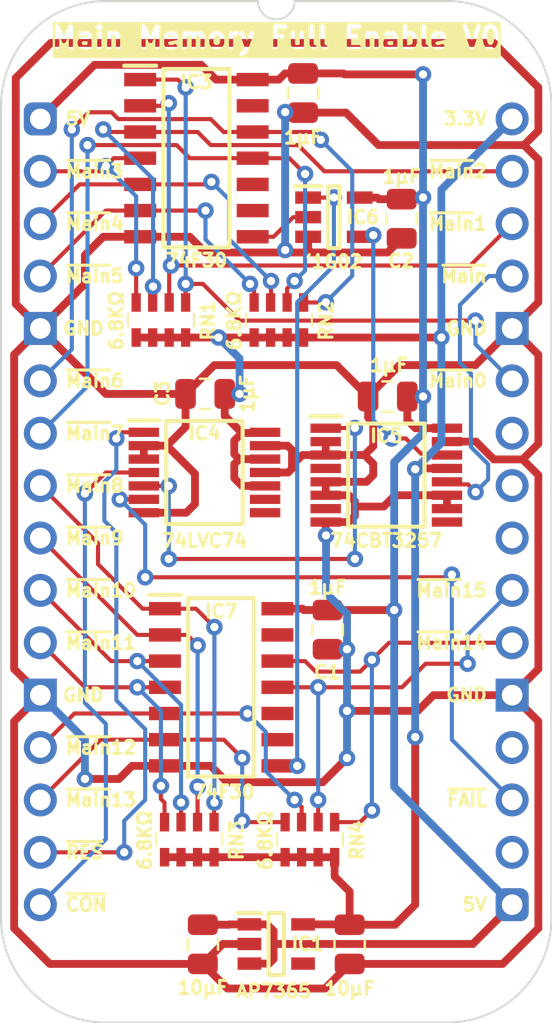
<source format=kicad_pcb>
(kicad_pcb (version 20241229) (generator "pcbnew") (generator_version "9.0")
  (title_block (title "Main Memory Enable") (date "2024-02-16") (rev "V0"))
  (layers (0 "F.Cu" signal) (2 "B.Cu" signal) (13 "F.Paste" user) (15 "B.Paste" user) (5 "F.SilkS" user "F.Silkscreen") (7 "B.SilkS" user "B.Silkscreen") (1 "F.Mask" user) (3 "B.Mask" user) (25 "Edge.Cuts" user))
  (net 0 "")
  (net 2 "/~{Pre-Main Memory}")
  (net 7 "/Pre-Main Memory A")
  (net 9 "/Pre-Main Memory B")
  (net 10 "~{Main}2")
  (net 11 "~{Main}1")
  (net 12 "~{Main}7")
  (net 13 "~{Main}0")
  (net 20 "~{Main}4")
  (net 21 "3.3V")
  (net 22 "GND")
  (net 23 "5V")
  (net 24 "~{Reset}")
  (net 25 "~{Contention}")
  (net 26 "~{Main}3")
  (net 27 "~{Main}6")
  (net 29 "~{Main}5")
  (net 30 "~{Set Contention}")
  (net 31 "/Contention")
  (net 32 "~{Main Memory}")
  (net 37 "~{Main}12")
  (net 38 "~{Main}10")
  (net 39 "~{Main}11")
  (net 40 "~{Main}8")
  (net 41 "~{Main}14")
  (net 42 "~{Main}9")
  (net 43 "~{Main}13")
  (net 44 "~{Main}15")
  (footprint "SamacSys_Parts:C_0805" (layer "F.Cu") (at 13.922 24.748 180)
    (property "Reference" "C1")
    (property "Value" "1μF")
  )
  (footprint "SamacSys_Parts:C_0805" (layer "F.Cu") (at 16.846 13.462 90)
    (property "Reference" "C4" (hide yes))
    (property "Value" "1μF")
  )
  (footprint "SamacSys_Parts:CAY16-J4" (layer "F.Cu") (at 5.842 9.779 90)
    (property "Reference" "RN1")
    (property "Value" "CAY16-682J4LF" (hide yes))
  )
  (footprint "SamacSys_Parts:CAY16-J4" (layer "F.Cu") (at 11.557 9.779 90)
    (property "Reference" "RN2")
    (property "Value" "CAY16-682J4LF" (hide yes))
  )
  (footprint "SamacSys_Parts:SOT95P285X130-5N" (layer "F.Cu") (at 11.43 40.005)
    (property "Reference" "IC1")
    (property "Value" "AP7365-33WG-7" (hide yes))
  )
  (footprint "SamacSys_Parts:C_0805" (layer "F.Cu") (at 7.874 40.005 180)
    (property "Reference" "C10" (hide yes))
    (property "Value" "10µF")
  )
  (footprint "SamacSys_Parts:SOIC127P600X175-14N" (layer "F.Cu") (at 7.562 1.905)
    (property "Reference" "IC3")
    (property "Value" "SN74F30DR" (hide yes))
  )
  (footprint "SamacSys_Parts:CAY16-J4" (layer "F.Cu") (at 7.217 34.976 90)
    (property "Reference" "RN3")
    (property "Value" "CAY16-682J4LF" (hide yes))
  )
  (footprint "SamacSys_Parts:SOP65P640X110-14N" (layer "F.Cu") (at 7.951 17.145)
    (property "Reference" "IC4")
    (property "Value" "74LVC74APW,118" (hide yes))
  )
  (footprint "SamacSys_Parts:C_0805" (layer "F.Cu") (at 17.506 4.826 180)
    (property "Reference" "C2")
    (property "Value" "1μF")
  )
  (footprint "SamacSys_Parts:SOP65P640X120-16N" (layer "F.Cu") (at 16.764 17.272)
    (property "Reference" "IC5")
    (property "Value" "SN74CBT3257CPWR" (hide yes))
  )
  (footprint "SamacSys_Parts:C_0805" (layer "F.Cu") (at 8.001 13.335 90)
    (property "Reference" "C3")
    (property "Value" "1μF")
  )
  (footprint "SamacSys_Parts:C_0805" (layer "F.Cu") (at 12.724 -1.27 180)
    (property "Reference" "C6" (hide yes))
    (property "Value" "1μF")
  )
  (footprint "SamacSys_Parts:DIP-32_Board_W22.86mm" (layer "F.Cu") (at 0 0)
    (property "Reference" "J2" (hide yes))
    (property "Value" "Conn_02x16_Counter_Clockwise" (hide yes))
    (fp_line (start -1.905 -0.635) (end -1.905 38.735) (stroke (width 0.1)) (layer "Edge.Cuts"))
    (fp_line (start 10.541 -5.715) (end 3.175 -5.715) (stroke (width 0.1)) (layer "Edge.Cuts"))
    (fp_line (start 19.685 -5.715) (end 12.319 -5.715) (stroke (width 0.1)) (layer "Edge.Cuts"))
    (fp_line (start 19.685 43.815) (end 3.175 43.815) (stroke (width 0.1)) (layer "Edge.Cuts"))
    (fp_line (start 24.765 38.735) (end 24.765 -0.635) (stroke (width 0.1)) (layer "Edge.Cuts"))
    (fp_arc (start -1.905 -0.635) (mid -0.417102 -4.227102) (end 3.175 -5.715) (stroke (width 0.1)) (layer "Edge.Cuts"))
    (fp_arc (start 3.175 43.815) (mid -0.417102 42.327102) (end -1.905 38.735) (stroke (width 0.1)) (layer "Edge.Cuts"))
    (fp_arc (start 12.319 -5.715) (mid 11.43 -4.826) (end 10.541 -5.715) (stroke (width 0.1)) (layer "Edge.Cuts"))
    (fp_arc (start 19.685 -5.715) (mid 23.277102 -4.227102) (end 24.765 -0.635) (stroke (width 0.1)) (layer "Edge.Cuts"))
    (fp_arc (start 24.765 38.735) (mid 23.277103 42.327103) (end 19.685 43.815) (stroke (width 0.1)) (layer "Edge.Cuts"))
  )
  (footprint "SamacSys_Parts:SOT95P275X110-5N" (layer "F.Cu") (at 14.224 4.765)
    (property "Reference" "IC6")
    (property "Value" "74LVC1G02GV,125" (hide yes))
  )
  (footprint "SamacSys_Parts:CAY16-J4" (layer "F.Cu") (at 13.059 34.976 90)
    (property "Reference" "RN4")
    (property "Value" "CAY16-682J4LF" (hide yes))
  )
  (footprint "SamacSys_Parts:SOIC127P600X175-14N" (layer "F.Cu") (at 8.763 27.559)
    (property "Reference" "IC7")
    (property "Value" "SN74F30DR" (hide yes))
  )
  (footprint "SamacSys_Parts:C_0805" (layer "F.Cu") (at 14.986 40.005 180)
    (property "Reference" "C11" (hide yes))
    (property "Value" "10µF")
  )
  (footprint "SamacSys_Parts:PinHeader_1x16_P2.54mm_Vertical" (layer "B.Cu") (at 0 0 180)
    (property "Reference" "J3" (hide yes))
    (property "Value" "Pin_Header_01x16")
  )
  (footprint "SamacSys_Parts:PinHeader_1x16_P2.54mm_Vertical" (layer "B.Cu") (at 22.86 0 180)
    (property "Reference" "J1" (hide yes))
    (property "Value" "Pin_Header_01x16")
  )
  (gr_text "~{Main}3" (at 1.143 2.54 0) (layer "F.SilkS") (effects (font (size 0.635 0.635) (thickness 0.15) (bold yes)) (justify left)))
  (gr_text "~{Main}6" (at 1.143 12.7 0) (layer "F.SilkS") (effects (font (size 0.635 0.635) (thickness 0.15) (bold yes)) (justify left)))
  (gr_text "~{Main}4" (at 1.143 5.08 0) (layer "F.SilkS") (effects (font (size 0.635 0.635) (thickness 0.15) (bold yes)) (justify left)))
  (gr_text "~{Main}12" (at 1.143 30.48 0) (layer "F.SilkS") (effects (font (size 0.635 0.635) (thickness 0.15) (bold yes)) (justify left)))
  (gr_text "~{Main}" (at 21.717 7.62 0) (layer "F.SilkS") (effects (font (size 0.635 0.635) (thickness 0.15) (bold yes)) (justify right)))
  (gr_text "~{RES}" (at 1.143 35.56 0) (layer "F.SilkS") (effects (font (size 0.635 0.635) (thickness 0.15) (bold yes)) (justify left)))
  (gr_text "~{Main}7" (at 1.143 15.24 0) (layer "F.SilkS") (effects (font (size 0.635 0.635) (thickness 0.15) (bold yes)) (justify left)))
  (gr_text "5V" (at 1.143 0 0) (layer "F.SilkS") (effects (font (size 0.635 0.635) (thickness 0.15) (bold yes)) (justify left)))
  (gr_text "~{Main}1" (at 21.717 5.08 0) (layer "F.SilkS") (effects (font (size 0.635 0.635) (thickness 0.15) (bold yes)) (justify right)))
  (gr_text "~{CON}" (at 1.143 38.1 0) (layer "F.SilkS") (effects (font (size 0.635 0.635) (thickness 0.15) (bold yes)) (justify left)))
  (gr_text "GND" (at 1.016 27.94 0) (layer "F.SilkS") (effects (font (size 0.635 0.635) (thickness 0.15) (bold yes)) (justify left)))
  (gr_text "GND" (at 21.717 27.94 0) (layer "F.SilkS") (effects (font (size 0.635 0.635) (thickness 0.15) (bold yes)) (justify right)))
  (gr_text "~{Main}0" (at 21.717 12.7 0) (layer "F.SilkS") (effects (font (size 0.635 0.635) (thickness 0.15) (bold yes)) (justify right)))
  (gr_text "Main Memory Full Enable V0" (at 11.43 -3.937 0) (layer "F.SilkS" knockout) (effects (font (size 1 1) (thickness 0.2) (bold yes))))
  (gr_text "~{Main}15" (at 21.717 22.86 0) (layer "F.SilkS") (effects (font (size 0.635 0.635) (thickness 0.15) (bold yes)) (justify right)))
  (gr_text "GND" (at 21.717 10.16 0) (layer "F.SilkS") (effects (font (size 0.635 0.635) (thickness 0.15) (bold yes)) (justify right)))
  (gr_text "~{Main}14" (at 21.717 25.4 0) (layer "F.SilkS") (effects (font (size 0.635 0.635) (thickness 0.15) (bold yes)) (justify right)))
  (gr_text "~{Main}11" (at 1.143 25.4 0) (layer "F.SilkS") (effects (font (size 0.635 0.635) (thickness 0.15) (bold yes)) (justify left)))
  (gr_text "~{Main}8" (at 1.143 17.78 0) (layer "F.SilkS") (effects (font (size 0.635 0.635) (thickness 0.15) (bold yes)) (justify left)))
  (gr_text "~{Main}5" (at 1.143 7.62 0) (layer "F.SilkS") (effects (font (size 0.635 0.635) (thickness 0.15) (bold yes)) (justify left)))
  (gr_text "~{Main}10" (at 1.143 22.86 0) (layer "F.SilkS") (effects (font (size 0.635 0.635) (thickness 0.15) (bold yes)) (justify left)))
  (gr_text "~{Main}13" (at 1.143 33.02 0) (layer "F.SilkS") (effects (font (size 0.635 0.635) (thickness 0.15) (bold yes)) (justify left)))
  (gr_text "~{Main}2" (at 21.717 2.54 0) (layer "F.SilkS") (effects (font (size 0.635 0.635) (thickness 0.15) (bold yes)) (justify right)))
  (gr_text "~{Main}9" (at 1.143 20.32 0) (layer "F.SilkS") (effects (font (size 0.635 0.635) (thickness 0.15) (bold yes)) (justify left)))
  (gr_text "GND" (at 1.016 10.16 0) (layer "F.SilkS") (effects (font (size 0.635 0.635) (thickness 0.15) (bold yes)) (justify left)))
  (gr_text "~{FAIL}" (at 21.717 33.02 0) (layer "F.SilkS") (effects (font (size 0.635 0.635) (thickness 0.15) (bold yes)) (justify right)))
  (gr_text "5V" (at 21.717 38.1 0) (layer "F.SilkS") (effects (font (size 0.635 0.635) (thickness 0.15) (bold yes)) (justify right)))
  (gr_text "3.3V" (at 21.717 0 0) (layer "F.SilkS") (effects (font (size 0.635 0.635) (thickness 0.15) (bold yes)) (justify right)))
  (segment (start 16.116538 5.715) (end 16.131 5.700538) (width 0.2) (layer "F.Cu") (net 2))
  (segment (start 15.474 5.715) (end 16.116538 5.715) (width 0.2) (layer "F.Cu") (net 2))
  (segment (start 18.7645 16.297) (end 18.700474 16.232974) (width 0.2) (layer "F.Cu") (net 2))
  (segment (start 17.710316 15.494) (end 17.018 15.494) (width 0.2) (layer "F.Cu") (net 2))
  (segment (start 18.44929 16.232974) (end 17.710316 15.494) (width 0.2) (layer "F.Cu") (net 2))
  (segment (start 18.700474 16.232974) (end 18.44929 16.232974) (width 0.2) (layer "F.Cu") (net 2))
  (segment (start 19.702 16.297) (end 18.7645 16.297) (width 0.2) (layer "F.Cu") (net 2))
  (segment (start 16.131 5.700538) (end 16.131 5.637) (width 0.2) (layer "F.Cu") (net 2))
  (via (at 16.131 5.637) (size 0.8) (drill 0.4) (layers "F.Cu" "B.Cu") (net 2))
  (via (at 17.018 15.494) (size 0.8) (drill 0.4) (layers "F.Cu" "B.Cu") (net 2))
  (segment (start 17.018 15.494) (end 16.131 14.607) (width 0.2) (layer "B.Cu") (net 2))
  (segment (start 16.131 14.607) (end 16.131 5.637) (width 0.2) (layer "B.Cu") (net 2))
  (segment (start 10.287 5.715) (end 11.303 5.715) (width 0.2) (layer "F.Cu") (net 7))
  (segment (start 11.303 5.715) (end 12.253 4.765) (width 0.2) (layer "F.Cu") (net 7))
  (segment (start 12.253 4.765) (end 12.974 4.765) (width 0.2) (layer "F.Cu") (net 7))
  (segment (start 12.974 3.815) (end 14.219 3.815) (width 0.2) (layer "F.Cu") (net 9))
  (segment (start 14.219 3.815) (end 14.224 3.81) (width 0.2) (layer "F.Cu") (net 9))
  (segment (start 12.446 31.369) (end 11.488 31.369) (width 0.2) (layer "F.Cu") (net 9))
  (via (at 14.224 3.81) (size 0.8) (drill 0.4) (layers "F.Cu" "B.Cu") (net 9))
  (via (at 12.446 31.369) (size 0.8) (drill 0.4) (layers "F.Cu" "B.Cu") (net 9))
  (segment (start 12.446 8.89) (end 12.446 31.369) (width 0.2) (layer "B.Cu") (net 9))
  (segment (start 14.224 3.81) (end 14.224 7.112) (width 0.2) (layer "B.Cu") (net 9))
  (segment (start 14.224 7.112) (end 12.446 8.89) (width 0.2) (layer "B.Cu") (net 9))
  (segment (start 3.171669 0.635) (end 3.048 0.511331) (width 0.2) (layer "F.Cu") (net 10))
  (segment (start 13.760661 2.54) (end 22.86 2.54) (width 0.2) (layer "F.Cu") (net 10))
  (segment (start 12.490661 1.27) (end 13.760661 2.54) (width 0.2) (layer "F.Cu") (net 10))
  (segment (start 5.461 8.881) (end 5.461 8.128) (width 0.2) (layer "F.Cu") (net 10))
  (segment (start 4.837 0.635) (end 7.62 0.635) (width 0.2) (layer "F.Cu") (net 10))
  (segment (start 4.837 0.635) (end 3.171669 0.635) (width 0.2) (layer "F.Cu") (net 10))
  (segment (start 7.62 0.635) (end 8.255 1.27) (width 0.2) (layer "F.Cu") (net 10))
  (segment (start 8.255 1.27) (end 12.490661 1.27) (width 0.2) (layer "F.Cu") (net 10))
  (via (at 3.048 0.511331) (size 0.8) (drill 0.4) (layers "F.Cu" "B.Cu") (net 10))
  (via (at 5.461 8.128) (size 0.8) (drill 0.4) (layers "F.Cu" "B.Cu") (net 10))
  (segment (start 5.461 2.924331) (end 3.048 0.511331) (width 0.2) (layer "B.Cu") (net 10))
  (segment (start 5.461 8.128) (end 5.461 2.924331) (width 0.2) (layer "B.Cu") (net 10))
  (segment (start 20.830642 7.109358) (end 22.86 5.08) (width 0.2) (layer "F.Cu") (net 11))
  (segment (start 6.096 -0.635) (end 6.223 -0.762) (width 0.2) (layer "F.Cu") (net 11))
  (segment (start 6.242 8.9) (end 6.242 7.200143) (width 0.2) (layer "F.Cu") (net 11))
  (segment (start 4.837 -0.635) (end 6.096 -0.635) (width 0.2) (layer "F.Cu") (net 11))
  (segment (start 6.242 7.200143) (end 6.332785 7.109358) (width 0.2) (layer "F.Cu") (net 11))
  (segment (start 6.332785 7.109358) (end 20.830642 7.109358) (width 0.2) (layer "F.Cu") (net 11))
  (via (at 6.332785 7.109358) (size 0.8) (drill 0.4) (layers "F.Cu" "B.Cu") (net 11))
  (via (at 6.223 -0.762) (size 0.8) (drill 0.4) (layers "F.Cu" "B.Cu") (net 11))
  (segment (start 6.223 6.999573) (end 6.332785 7.109358) (width 0.2) (layer "B.Cu") (net 11))
  (segment (start 6.223 -0.762) (end 6.223 6.999573) (width 0.2) (layer "B.Cu") (net 11))
  (segment (start 7.239 1.905) (end 6.604 1.27) (width 0.2) (layer "F.Cu") (net 12))
  (segment (start 12.827 2.667) (end 12.065 1.905) (width 0.2) (layer "F.Cu") (net 12))
  (segment (start 12.065 1.905) (end 10.287 1.905) (width 0.2) (layer "F.Cu") (net 12))
  (segment (start 11.957 8.9) (end 11.957 8.221358) (width 0.2) (layer "F.Cu") (net 12))
  (segment (start 10.287 1.905) (end 7.239 1.905) (width 0.2) (layer "F.Cu") (net 12))
  (segment (start 11.957 8.221358) (end 12.319 7.859358) (width 0.2) (layer "F.Cu") (net 12))
  (segment (start 6.604 1.27) (end 2.286 1.27) (width 0.2) (layer "F.Cu") (net 12))
  (via (at 12.827 2.667) (size 0.8) (drill 0.4) (layers "F.Cu" "B.Cu") (net 12))
  (via (at 2.286 1.27) (size 0.8) (drill 0.4) (layers "F.Cu" "B.Cu") (net 12))
  (via (at 12.319 7.859358) (size 0.8) (drill 0.4) (layers "F.Cu" "B.Cu") (net 12))
  (segment (start 12.827 2.667) (end 12.827 7.351358) (width 0.2) (layer "B.Cu") (net 12))
  (segment (start 12.827 7.351358) (end 12.319 7.859358) (width 0.2) (layer "B.Cu") (net 12))
  (segment (start 0 15.24) (end 2.286 12.954) (width 0.2) (layer "B.Cu") (net 12))
  (segment (start 2.286 12.954) (end 2.286 1.27) (width 0.2) (layer "B.Cu") (net 12))
  (segment (start 7.042 8.001) (end 7.874 8.001) (width 0.2) (layer "F.Cu") (net 13))
  (segment (start 7.042 8.9) (end 7.042 8.001) (width 0.2) (layer "F.Cu") (net 13))
  (segment (start 4.837 -1.905) (end 6.661 -1.905) (width 0.2) (layer "F.Cu") (net 13))
  (segment (start 7.874 8.001) (end 9.652 9.779) (width 0.2) (layer "F.Cu") (net 13))
  (segment (start 6.661 -1.905) (end 7.042 -1.524) (width 0.2) (layer "F.Cu") (net 13))
  (segment (start 9.652 9.779) (end 21.081999 9.778999) (width 0.2) (layer "F.Cu") (net 13))
  (via (at 7.042 8.001) (size 0.8) (drill 0.4) (layers "F.Cu" "B.Cu") (net 13))
  (via (at 7.042 -1.524) (size 0.8) (drill 0.4) (layers "F.Cu" "B.Cu") (net 13))
  (via (at 21.081999 9.778999) (size 0.8) (drill 0.4) (layers "F.Cu" "B.Cu") (net 13))
  (segment (start 22.86 12.7) (end 21.081999 10.921999) (width 0.2) (layer "B.Cu") (net 13))
  (segment (start 7.042 -1.524) (end 7.042 8.001) (width 0.2) (layer "B.Cu") (net 13))
  (segment (start 21.081999 10.921999) (end 21.081999 9.778999) (width 0.2) (layer "B.Cu") (net 13))
  (segment (start 1.905 3.175) (end 0 5.08) (width 0.2) (layer "F.Cu") (net 20))
  (segment (start 11.176 8.881) (end 11.176 7.859358) (width 0.2) (layer "F.Cu") (net 20))
  (segment (start 4.837 3.175) (end 1.905 3.175) (width 0.2) (layer "F.Cu") (net 20))
  (segment (start 4.837 3.175) (end 8.168855 3.175) (width 0.2) (layer "F.Cu") (net 20))
  (segment (start 8.168855 3.175) (end 8.289458 3.054397) (width 0.2) (layer "F.Cu") (net 20))
  (via (at 11.176 7.859358) (size 0.8) (drill 0.4) (layers "F.Cu" "B.Cu") (net 20))
  (via (at 8.289458 3.054397) (size 0.8) (drill 0.4) (layers "F.Cu" "B.Cu") (net 20))
  (segment (start 8.289458 3.054397) (end 9.144 3.908939) (width 0.2) (layer "B.Cu") (net 20))
  (segment (start 9.144 5.827358) (end 11.176 7.859358) (width 0.2) (layer "B.Cu") (net 20))
  (segment (start 9.144 3.908939) (end 9.144 5.827358) (width 0.2) (layer "B.Cu") (net 20))
  (segment (start 11.957 10.6) (end 12.757 10.6) (width 0.38) (layer "F.Cu") (net 21))
  (segment (start 8.935 13.335) (end 9.652 13.335) (width 0.38) (layer "F.Cu") (net 21))
  (segment (start 8.935 14.396) (end 9.768 15.229) (width 0.38) (layer "F.Cu") (net 21))
  (segment (start 8.935 13.335) (end 8.935 14.396) (width 0.38) (layer "F.Cu") (net 21))
  (segment (start 6.242 10.6) (end 7.042 10.6) (width 0.38) (layer "F.Cu") (net 21))
  (segment (start 9.768 15.229) (end 9.398 15.599) (width 0.38) (layer "F.Cu") (net 21))
  (segment (start 7.042 10.6) (end 8.636 10.6) (width 0.38) (layer "F.Cu") (net 21))
  (segment (start 12.73 39.055) (end 14.875 39.055) (width 0.38) (layer "F.Cu") (net 21))
  (segment (start 9.768 15.229) (end 10.922 15.229) (width 0.38) (layer "F.Cu") (net 21))
  (segment (start 8.636 10.6) (end 10.357 10.6) (width 0.38) (layer "F.Cu") (net 21))
  (segment (start 9.398 16.256) (end 9.637 16.495) (width 0.38) (layer "F.Cu") (net 21))
  (segment (start 9.398 16.734) (end 9.637 16.495) (width 0.38) (layer "F.Cu") (net 21))
  (segment (start 10.889 17.795) (end 9.7715 17.795) (width 0.38) (layer "F.Cu") (net 21))
  (segment (start 11.859 35.797) (end 12.659 35.797) (width 0.38) (layer "F.Cu") (net 21))
  (segment (start 7.617 35.797) (end 8.417 35.797) (width 0.38) (layer "F.Cu") (net 21))
  (segment (start 19.702 16.947) (end 18.196974 16.947) (width 0.38) (layer "F.Cu") (net 21))
  (segment (start 9.7715 17.795) (end 9.398 17.4215) (width 0.38) (layer "F.Cu") (net 21))
  (segment (start 8.417 35.797) (end 11.859 35.797) (width 0.38) (layer "F.Cu") (net 21))
  (segment (start 17.19 39.071) (end 14.986 39.071) (width 0.38) (layer "F.Cu") (net 21))
  (segment (start 9.398 15.599) (end 9.398 16.256) (width 0.38) (layer "F.Cu") (net 21))
  (segment (start 5.442 10.6) (end 6.242 10.6) (width 0.38) (layer "F.Cu") (net 21))
  (segment (start 6.817 35.797) (end 7.617 35.797) (width 0.38) (layer "F.Cu") (net 21))
  (segment (start 10.357 10.6) (end 11.157 10.6) (width 0.38) (layer "F.Cu") (net 21))
  (segment (start 4.642 10.6) (end 5.442 10.6) (width 0.38) (layer "F.Cu") (net 21))
  (segment (start 18.196974 16.947) (end 18.161 16.982974) (width 0.38) (layer "F.Cu") (net 21))
  (segment (start 12.757 10.6) (end 19.431 10.6) (width 0.38) (layer "F.Cu") (net 21))
  (segment (start 11.157 10.6) (end 11.957 10.6) (width 0.38) (layer "F.Cu") (net 21))
  (segment (start 9.637 16.495) (end 10.889 16.495) (width 0.38) (layer "F.Cu") (net 21))
  (segment (start 18.161 29.972) (end 18.161 38.1) (width 0.38) (layer "F.Cu") (net 21))
  (segment (start 14.986 37.465) (end 14.986 39.071) (width 0.38) (layer "F.Cu") (net 21))
  (segment (start 14.259 36.738) (end 14.986 37.465) (width 0.38) (layer "F.Cu") (net 21))
  (segment (start 18.161 38.1) (end 17.19 39.071) (width 0.38) (layer "F.Cu") (net 21))
  (segment (start 13.459 35.797) (end 14.259 35.797) (width 0.38) (layer "F.Cu") (net 21))
  (segment (start 9.398 17.4215) (end 9.398 16.734) (width 0.38) (layer "F.Cu") (net 21))
  (segment (start 6.017 35.797) (end 6.817 35.797) (width 0.38) (layer "F.Cu") (net 21))
  (segment (start 14.259 35.797) (end 14.259 36.738) (width 0.38) (layer "F.Cu") (net 21))
  (segment (start 12.659 35.797) (end 13.459 35.797) (width 0.38) (layer "F.Cu") (net 21))
  (via (at 18.161 16.982974) (size 0.8) (drill 0.4) (layers "F.Cu" "B.Cu") (net 21))
  (via (at 8.636 10.6) (size 0.8) (drill 0.4) (layers "F.Cu" "B.Cu") (net 21))
  (via (at 19.431 10.6) (size 0.8) (drill 0.4) (layers "F.Cu" "B.Cu") (net 21))
  (via (at 18.161 29.972) (size 0.8) (drill 0.4) (layers "F.Cu" "B.Cu") (net 21))
  (via (at 9.652 13.335) (size 0.8) (drill 0.4) (layers "F.Cu" "B.Cu") (net 21))
  (segment (start 19.431 10.6) (end 19.431 15.712974) (width 0.38) (layer "B.Cu") (net 21))
  (segment (start 19.431 3.429) (end 19.431 10.6) (width 0.38) (layer "B.Cu") (net 21))
  (segment (start 19.431 15.712974) (end 18.161 16.982974) (width 0.38) (layer "B.Cu") (net 21))
  (segment (start 18.161 16.982974) (end 18.161 29.972) (width 0.38) (layer "B.Cu") (net 21))
  (segment (start 9.652 11.616) (end 8.636 10.6) (width 0.38) (layer "B.Cu") (net 21))
  (segment (start 9.652 13.335) (end 9.652 11.616) (width 0.38) (layer "B.Cu") (net 21))
  (segment (start 22.86 0) (end 19.431 3.429) (width 0.38) (layer "B.Cu") (net 21))
  (segment (start 0 27.94) (end -1.27 26.67) (width 0.38) (layer "F.Cu") (net 22))
  (segment (start 0.508 -3.683) (end 21.971 -3.683) (width 0.38) (layer "F.Cu") (net 22))
  (segment (start 21.971 -3.683) (end 24.13 -1.524) (width 0.38) (layer "F.Cu") (net 22))
  (segment (start 7.493 17.2075) (end 6.1305 15.845) (width 0.38) (layer "F.Cu") (net 22))
  (segment (start 24.13 8.89) (end 24.13 1.967671) (width 0.38) (layer "F.Cu") (net 22))
  (segment (start 21.108 15.647) (end 21.971 16.51) (width 0.38) (layer "F.Cu") (net 22))
  (segment (start 7.239 5.715) (end 8.001 6.477) (width 0.38) (layer "F.Cu") (net 22))
  (segment (start 13.826 19.547) (end 13.826 20.176) (width 0.38) (layer "F.Cu") (net 22))
  (segment (start 0 10.16) (end 2.159 8.001) (width 0.38) (layer "F.Cu") (net 22))
  (segment (start 12.974 5.715) (end 12.974 6.33) (width 0.38) (layer "F.Cu") (net 22))
  (segment (start 9.067 42.164) (end 7.874 40.971) (width 0.38) (layer "F.Cu") (net 22))
  (segment (start -1.27 29.21) (end -1.27 39.243) (width 0.38) (layer "F.Cu") (net 22))
  (segment (start 15.88 13.462) (end 17.404 11.938) (width 0.38) (layer "F.Cu") (net 22))
  (segment (start 10.13 40.005) (end 8.84 40.005) (width 0.38) (layer "F.Cu") (net 22))
  (segment (start 7.035 14.9405) (end 6.1305 15.845) (width 0.38) (layer "F.Cu") (net 22))
  (segment (start 12.974 6.33) (end 12.827 6.477) (width 0.38) (layer "F.Cu") (net 22))
  (segment (start 18.288 28.702) (end 14.859 28.702) (width 0.38) (layer "F.Cu") (net 22))
  (segment (start 22.402 40.971) (end 24.13 39.243) (width 0.38) (layer "F.Cu") (net 22))
  (segment (start 17.186 18.247) (end 19.702 18.247) (width 0.38) (layer "F.Cu") (net 22))
  (segment (start 14.986 40.971) (end 13.793 42.164) (width 0.38) (layer "F.Cu") (net 22))
  (segment (start 17.404 11.938) (end 21.082 11.938) (width 0.38) (layer "F.Cu") (net 22))
  (segment (start 16.637 18.796) (end 17.186 18.247) (width 0.38) (layer "F.Cu") (net 22))
  (segment (start 16.129 15.875) (end 16.129 14.732) (width 0.38) (layer "F.Cu") (net 22))
  (segment (start 15.707 16.297) (end 16.129 15.875) (width 0.38) (layer "F.Cu") (net 22))
  (segment (start 12.827 6.477) (end 11.978643 6.477) (width 0.38) (layer "F.Cu") (net 22))
  (segment (start 22.86 27.94) (end 19.05 27.94) (width 0.38) (layer "F.Cu") (net 22))
  (segment (start 12.192 16.51) (end 12.192 16.9595) (width 0.38) (layer "F.Cu") (net 22))
  (segment (start 11.888 -0.304) (end 11.861001 -0.330999) (width 0.38) (layer "F.Cu") (net 22))
  (segment (start 24.13 15.748) (end 24.13 11.43) (width 0.38) (layer "F.Cu") (net 22))
  (segment (start -1.27 26.67) (end -1.27 11.43) (width 0.38) (layer "F.Cu") (net 22))
  (segment (start 7.035 13.335) (end 8.432 11.938) (width 0.38) (layer "F.Cu") (net 22))
  (segment (start 11.743359 6.477) (end 11.861001 6.359358) (width 0.38) (layer "F.Cu") (net 22))
  (segment (start 4.837 5.715) (end 7.239 5.715) (width 0.38) (layer "F.Cu") (net 22))
  (segment (start 21.082 11.938) (end 22.86 10.16) (width 0.38) (layer "F.Cu") (net 22))
  (segment (start 13.922 25.714) (end 14.859 25.714) (width 0.38) (layer "F.Cu") (net 22))
  (segment (start 12.192 16.9595) (end 12.0065 17.145) (width 0.38) (layer "F.Cu") (net 22))
  (segment (start 16.129 14.732) (end 15.88 14.483) (width 0.38) (layer "F.Cu") (net 22))
  (segment (start 15.24 18.5435) (end 15.24 18.796) (width 0.38) (layer "F.Cu") (net 22))
  (segment (start -1.191 8.969) (end -1.191 -1.984) (width 0.38) (layer "F.Cu") (net 22))
  (segment (start 14.356 11.938) (end 15.88 13.462) (width 0.38) (layer "F.Cu") (net 22))
  (segment (start 14.9435 18.247) (end 15.24 18.5435) (width 0.38) (layer "F.Cu") (net 22))
  (segment (start 0 27.94) (end -1.27 29.21) (width 0.38) (layer "F.Cu") (net 22))
  (segment (start 19.05 27.94) (end 18.288 28.702) (width 0.38) (layer "F.Cu") (net 22))
  (segment (start 12.192 16.0535) (end 12.192 16.51) (width 0.38) (layer "F.Cu") (net 22))
  (segment (start 7.067 19.095) (end 7.493 18.669) (width 0.38) (layer "F.Cu") (net 22))
  (segment (start 16.383 1.27) (end 14.809 -0.304) (width 0.38) (layer "F.Cu") (net 22))
  (segment (start 24.13 29.21) (end 22.86 27.94) (width 0.38) (layer "F.Cu") (net 22))
  (segment (start 15.24 19.2505) (end 14.9435 19.547) (width 0.38) (layer "F.Cu") (net 22))
  (segment (start 13.826 16.297) (end 15.707 16.297) (width 0.38) (layer "F.Cu") (net 22))
  (segment (start 19.702 15.647) (end 21.108 15.647) (width 0.38) (layer "F.Cu") (net 22))
  (segment (start 11.9835 15.845) (end 12.192 16.0535) (width 0.38) (layer "F.Cu") (net 22))
  (segment (start 15.707 16.297) (end 16.129 16.719) (width 0.38) (layer "F.Cu") (net 22))
  (segment (start 13.121 6.477) (end 16.821 6.477) (width 0.38) (layer "F.Cu") (net 22))
  (segment (start 19.702 18.247) (end 19.702 18.897) (width 0.38) (layer "F.Cu") (net 22))
  (segment (start 2.159 6.604) (end 3.048 5.715) (width 0.38) (layer "F.Cu") (net 22))
  (segment (start 12.487 16.51) (end 12.7 16.297) (width 0.38) (layer "F.Cu") (net 22))
  (segment (start 3.81 32.004) (end 2.159 32.004) (width 0.38) (layer "F.Cu") (net 22))
  (segment (start 0 10.16) (end 3.175 13.335) (width 0.38) (layer "F.Cu") (net 22))
  (segment (start 15.24 18.796) (end 16.637 18.796) (width 0.38) (layer "F.Cu") (net 22))
  (segment (start 13.826 16.297) (end 12.7 16.297) (width 0.38) (layer "F.Cu") (net 22))
  (segment (start 0.458 40.971) (end 7.874 40.971) (width 0.38) (layer "F.Cu") (net 22))
  (segment (start 12.974 6.33) (end 13.121 6.477) (width 0.38) (layer "F.Cu") (net 22))
  (segment (start 11.978643 6.477) (end 11.861001 6.359358) (width 0.38) (layer "F.Cu") (net 22))
  (segment (start 0 10.16) (end -1.191 8.969) (width 0.38) (layer "F.Cu") (net 22))
  (segment (start 24.13 -1.524) (end 24.13 0.572329) (width 0.38) (layer "F.Cu") (net 22))
  (segment (start 24.13 26.67) (end 24.13 17.272) (width 0.38) (layer "F.Cu") (net 22))
  (segment (start 15.24 18.796) (end 15.24 19.2505) (width 0.38) (layer "F.Cu") (net 22))
  (segment (start 2.159 8.001) (end 2.159 6.604) (width 0.38) (layer "F.Cu") (net 22))
  (segment (start 3.048 5.715) (end 4.837 5.715) (width 0.38) (layer "F.Cu") (net 22))
  (segment (start 8.432 11.938) (end 14.356 11.938) (width 0.38) (layer "F.Cu") (net 22))
  (segment (start 5.013 19.095) (end 7.067 19.095) (width 0.38) (layer "F.Cu") (net 22))
  (segment (start 16.129 16.719) (end 16.129 17.272) (width 0.38) (layer "F.Cu") (net 22))
  (segment (start 13.793 42.164) (end 9.067 42.164) (width 0.38) (layer "F.Cu") (net 22))
  (segment (start 23.368 16.51) (end 24.13 15.748) (width 0.38) (layer "F.Cu") (net 22))
  (segment (start 7.493 18.669) (end 7.493 17.2075) (width 0.38) (layer "F.Cu") (net 22))
  (segment (start -1.191 -1.984) (end 0.508 -3.683) (width 0.38) (layer "F.Cu") (net 22))
  (segment (start 8.255 31.369) (end 9.046 32.16) (width 0.38) (layer "F.Cu") (net 22))
  (segment (start 14.986 40.971) (end 22.402 40.971) (width 0.38) (layer "F.Cu") (net 22))
  (segment (start 13.826 20.176) (end 13.843 20.193) (width 0.38) (layer "F.Cu") (net 22))
  (segment (start -1.27 39.243) (end 0.458 40.971) (width 0.38) (layer "F.Cu") (net 22))
  (segment (start 15.88 14.483) (end 15.88 13.462) (width 0.38) (layer "F.Cu") (net 22))
  (segment (start 9.046 32.16) (end 13.687 32.16) (width 0.38) (layer "F.Cu") (net 22))
  (segment (start 15.804 17.597) (end 13.826 17.597) (width 0.38) (layer "F.Cu") (net 22))
  (segment (start 13.687 32.16) (end 14.859 30.988) (width 0.38) (layer "F.Cu") (net 22))
  (segment (start 13.826 17.597) (end 13.826 18.247) (width 0.38) (layer "F.Cu") (net 22))
  (segment (start 23.432329 1.27) (end 16.383 1.27) (width 0.38) (layer "F.Cu") (net 22))
  (segment (start -1.27 11.43) (end 0 10.16) (width 0.38) (layer "F.Cu") (net 22))
  (segment (start 13.826 18.247) (end 14.9435 18.247) (width 0.38) (layer "F.Cu") (net 22))
  (segment (start 6.038 31.369) (end 8.255 31.369) (width 0.38) (layer "F.Cu") (net 22))
  (segment (start 24.13 0.572329) (end 23.432329 1.27) (width 0.38) (layer "F.Cu") (net 22))
  (segment (start 5.013 15.845) (end 5.013 16.495) (width 0.38) (layer "F.Cu") (net 22))
  (segment (start 22.86 10.16) (end 24.13 8.89) (width 0.38) (layer "F.Cu") (net 22))
  (segment (start 21.971 16.51) (end 23.368 16.51) (width 0.38) (layer "F.Cu") (net 22))
  (segment (start 24.13 17.272) (end 23.368 16.51) (width 0.38) (layer "F.Cu") (net 22))
  (segment (start 10.889 15.845) (end 11.9835 15.845) (width 0.38) (layer "F.Cu") (net 22))
  (segment (start 3.175 13.335) (end 7.035 13.335) (width 0.38) (layer "F.Cu") (net 22))
  (segment (start 22.86 27.94) (end 24.13 26.67) (width 0.38) (layer "F.Cu") (net 22))
  (segment (start 6.038 31.369) (end 4.445 31.369) (width 0.38) (layer "F.Cu") (net 22))
  (segment (start 12.724 -0.304) (end 11.888 -0.304) (width 0.38) (layer "F.Cu") (net 22))
  (segment (start 12.0065 17.145) (end 10.889 17.145) (width 0.38) (layer "F.Cu") (net 22))
  (segment (start 6.1305 15.845) (end 5.013 15.845) (width 0.38) (layer "F.Cu") (net 22))
  (segment (start 14.9435 19.547) (end 13.826 19.547) (width 0.38) (layer "F.Cu") (net 22))
  (segment (start 24.13 11.43) (end 22.86 10.16) (width 0.38) (layer "F.Cu") (net 22))
  (segment (start 14.809 -0.304) (end 12.724 -0.304) (width 0.38) (layer "F.Cu") (net 22))
  (segment (start 7.035 13.335) (end 7.035 14.9405) (width 0.38) (layer "F.Cu") (net 22))
  (segment (start 13.826 15.647) (end 13.826 16.297) (width 0.38) (layer "F.Cu") (net 22))
  (segment (start 16.129 17.272) (end 15.804 17.597) (width 0.38) (layer "F.Cu") (net 22))
  (segment (start 8.84 40.005) (end 7.874 40.971) (width 0.38) (layer "F.Cu") (net 22))
  (segment (start 24.13 39.243) (end 24.13 29.21) (width 0.38) (layer "F.Cu") (net 22))
  (segment (start 24.13 1.967671) (end 23.432329 1.27) (width 0.38) (layer "F.Cu") (net 22))
  (segment (start 12.192 16.51) (end 12.487 16.51) (width 0.38) (layer "F.Cu") (net 22))
  (segment (start 8.001 6.477) (end 11.743359 6.477) (width 0.38) (layer "F.Cu") (net 22))
  (segment (start 16.821 6.477) (end 17.506 5.792) (width 0.38) (layer "F.Cu") (net 22))
  (segment (start 4.445 31.369) (end 3.81 32.004) (width 0.38) (layer "F.Cu") (net 22))
  (via (at 11.861001 6.359358) (size 0.8) (drill 0.4) (layers "F.Cu" "B.Cu") (net 22))
  (via (at 11.861001 -0.330999) (size 0.8) (drill 0.4) (layers "F.Cu" "B.Cu") (net 22))
  (via (at 2.159 32.004) (size 0.8) (drill 0.4) (layers "F.Cu" "B.Cu") (net 22))
  (via (at 14.859 25.714) (size 0.8) (drill 0.4) (layers "F.Cu" "B.Cu") (net 22))
  (via (at 14.859 30.988) (size 0.8) (drill 0.4) (layers "F.Cu" "B.Cu") (net 22))
  (via (at 13.843 20.193) (size 0.8) (drill 0.4) (layers "F.Cu" "B.Cu") (net 22))
  (via (at 14.859 28.702) (size 0.8) (drill 0.4) (layers "F.Cu" "B.Cu") (net 22))
  (segment (start 11.861001 6.359358) (end 11.861001 -0.330999) (width 0.38) (layer "B.Cu") (net 22))
  (segment (start 13.843 22.987) (end 14.859 24.003) (width 0.38) (layer "B.Cu") (net 22))
  (segment (start 14.859 25.714) (end 14.859 28.702) (width 0.38) (layer "B.Cu") (net 22))
  (segment (start 2.159 30.099) (end 2.159 32.004) (width 0.38) (layer "B.Cu") (net 22))
  (segment (start 0 27.94) (end 2.159 30.099) (width 0.38) (layer "B.Cu") (net 22))
  (segment (start 13.843 20.193) (end 13.843 22.987) (width 0.38) (layer "B.Cu") (net 22))
  (segment (start 14.859 28.702) (end 14.859 30.988) (width 0.38) (layer "B.Cu") (net 22))
  (segment (start 14.859 24.003) (end 14.859 25.714) (width 0.38) (layer "B.Cu") (net 22))
  (segment (start 8.509 -1.905) (end 10.287 -1.905) (width 0.38) (layer "F.Cu") (net 23))
  (segment (start 14.732 -2.159) (end 14.687 -2.204) (width 0.38) (layer "F.Cu") (net 23))
  (segment (start 14.687 -2.204) (end 12.724 -2.204) (width 0.38) (layer "F.Cu") (net 23))
  (segment (start 16.399 3.892) (end 17.506 3.892) (width 0.38) (layer "F.Cu") (net 23))
  (segment (start 18.542 13.462) (end 17.78 13.462) (width 0.38) (layer "F.Cu") (net 23))
  (segment (start 12.765 23.814) (end 13.922 23.814) (width 0.38) (layer "F.Cu") (net 23))
  (segment (start 0 0) (end 2.621 -2.621) (width 0.38) (layer "F.Cu") (net 23))
  (segment (start 2.621 -2.621) (end 7.793 -2.621) (width 0.38) (layer "F.Cu") (net 23))
  (segment (start 11.557 -1.905) (end 10.287 -1.905) (width 0.38) (layer "F.Cu") (net 23))
  (segment (start 17.506 3.892) (end 18.46 3.892) (width 0.38) (layer "F.Cu") (net 23))
  (segment (start 11.303 40.005) (end 20.955 40.005) (width 0.38) (layer "F.Cu") (net 23))
  (segment (start 16.322 3.815) (end 16.399 3.892) (width 0.38) (layer "F.Cu") (net 23))
  (segment (start 12.724 -2.204) (end 11.856 -2.204) (width 0.38) (layer "F.Cu") (net 23))
  (segment (start 11.303 40.005) (end 11.303 40.737) (width 0.38) (layer "F.Cu") (net 23))
  (segment (start 7.874 39.071) (end 9.144 39.071) (width 0.38) (layer "F.Cu") (net 23))
  (segment (start 18.172 14.997) (end 19.702 14.997) (width 0.38) (layer "F.Cu") (net 23))
  (segment (start 7.793 -2.621) (end 8.509 -1.905) (width 0.38) (layer "F.Cu") (net 23))
  (segment (start 20.955 40.005) (end 22.86 38.1) (width 0.38) (layer "F.Cu") (net 23))
  (segment (start 9.16 39.055) (end 9.144 39.071) (width 0.38) (layer "F.Cu") (net 23))
  (segment (start 17.145 23.814) (end 13.922 23.814) (width 0.38) (layer "F.Cu") (net 23))
  (segment (start 11.303 39.37) (end 11.303 40.005) (width 0.38) (layer "F.Cu") (net 23))
  (segment (start 11.488 23.749) (end 12.7 23.749) (width 0.38) (layer "F.Cu") (net 23))
  (segment (start 11.085 40.955) (end 10.13 40.955) (width 0.38) (layer "F.Cu") (net 23))
  (segment (start 10.13 39.055) (end 10.988 39.055) (width 0.38) (layer "F.Cu") (net 23))
  (segment (start 11.303 40.737) (end 11.085 40.955) (width 0.38) (layer "F.Cu") (net 23))
  (segment (start 18.542 -2.159) (end 14.732 -2.159) (width 0.38) (layer "F.Cu") (net 23))
  (segment (start 17.78 14.605) (end 18.172 14.997) (width 0.38) (layer "F.Cu") (net 23))
  (segment (start 10.988 39.055) (end 11.303 39.37) (width 0.38) (layer "F.Cu") (net 23))
  (segment (start 11.856 -2.204) (end 11.557 -1.905) (width 0.38) (layer "F.Cu") (net 23))
  (segment (start 10.13 39.055) (end 9.16 39.055) (width 0.38) (layer "F.Cu") (net 23))
  (segment (start 12.7 23.749) (end 12.765 23.814) (width 0.38) (layer "F.Cu") (net 23))
  (segment (start 15.474 3.815) (end 16.322 3.815) (width 0.38) (layer "F.Cu") (net 23))
  (segment (start 18.46 3.892) (end 18.542 3.81) (width 0.38) (layer "F.Cu") (net 23))
  (segment (start 17.78 13.462) (end 17.78 14.605) (width 0.38) (layer "F.Cu") (net 23))
  (via (at 18.542 -2.159) (size 0.8) (drill 0.4) (layers "F.Cu" "B.Cu") (net 23))
  (via (at 18.542 3.81) (size 0.8) (drill 0.4) (layers "F.Cu" "B.Cu") (net 23))
  (via (at 17.145 23.814) (size 0.8) (drill 0.4) (layers "F.Cu" "B.Cu") (net 23))
  (via (at 18.542 13.462) (size 0.8) (drill 0.4) (layers "F.Cu" "B.Cu") (net 23))
  (segment (start 18.542 15.24) (end 17.145 16.637) (width 0.38) (layer "B.Cu") (net 23))
  (segment (start 18.542 3.81) (end 18.542 13.462) (width 0.38) (layer "B.Cu") (net 23))
  (segment (start 17.145 16.637) (end 17.145 23.814) (width 0.38) (layer "B.Cu") (net 23))
  (segment (start 18.542 13.462) (end 18.542 15.24) (width 0.38) (layer "B.Cu") (net 23))
  (segment (start 22.86 38.1) (end 17.145 32.385) (width 0.38) (layer "B.Cu") (net 23))
  (segment (start 18.542 3.81) (end 18.542 -2.159) (width 0.38) (layer "B.Cu") (net 23))
  (segment (start 17.145 32.385) (end 17.145 23.814) (width 0.38) (layer "B.Cu") (net 23))
  (segment (start 5.013 15.195) (end 3.982 15.195) (width 0.2) (layer "F.Cu") (net 24))
  (segment (start 0 35.56) (end 4.064 35.56) (width 0.2) (layer "F.Cu") (net 24))
  (segment (start 3.982 15.195) (end 3.683 15.494) (width 0.2) (layer "F.Cu") (net 24))
  (via (at 3.683 15.494) (size 0.8) (drill 0.4) (layers "F.Cu" "B.Cu") (net 24))
  (via (at 4.064 35.56) (size 0.8) (drill 0.4) (layers "F.Cu" "B.Cu") (net 24))
  (segment (start 4.064 34.036) (end 5.08 33.02) (width 0.2) (layer "B.Cu") (net 24))
  (segment (start 5.08 33.02) (end 5.08 29.591) (width 0.2) (layer "B.Cu") (net 24))
  (segment (start 3.683 28.194) (end 3.683 20.066) (width 0.2) (layer "B.Cu") (net 24))
  (segment (start 5.08 29.591) (end 3.683 28.194) (width 0.2) (layer "B.Cu") (net 24))
  (segment (start 3.683 20.066) (end 3.101971 19.484971) (width 0.2) (layer "B.Cu") (net 24))
  (segment (start 3.101971 17.599029) (end 3.683 17.018) (width 0.2) (layer "B.Cu") (net 24))
  (segment (start 3.101971 19.484971) (end 3.101971 17.599029) (width 0.2) (layer "B.Cu") (net 24))
  (segment (start 3.683 17.018) (end 3.683 15.494) (width 0.2) (layer "B.Cu") (net 24))
  (segment (start 4.064 35.56) (end 4.064 34.036) (width 0.2) (layer "B.Cu") (net 24))
  (segment (start 19.812 22.225) (end 19.939 22.098) (width 0.2) (layer "F.Cu") (net 25))
  (segment (start 5.013 18.445) (end 3.851971 18.444999) (width 0.2) (layer "F.Cu") (net 25))
  (segment (start 5.08 22.225) (end 19.812 22.225) (width 0.2) (layer "F.Cu") (net 25))
  (via (at 3.851971 18.444999) (size 0.8) (drill 0.4) (layers "F.Cu" "B.Cu") (net 25))
  (via (at 5.08 22.225) (size 0.8) (drill 0.4) (layers "F.Cu" "B.Cu") (net 25))
  (via (at 19.939 22.098) (size 0.8) (drill 0.4) (layers "F.Cu" "B.Cu") (net 25))
  (segment (start 5.08 19.673028) (end 5.08 22.225) (width 0.2) (layer "B.Cu") (net 25))
  (segment (start 19.939 30.099) (end 22.86 33.02) (width 0.2) (layer "B.Cu") (net 25))
  (segment (start 19.939 22.098) (end 19.939 30.099) (width 0.2) (layer "B.Cu") (net 25))
  (segment (start 3.851971 18.444999) (end 5.08 19.673028) (width 0.2) (layer "B.Cu") (net 25))
  (segment (start 4.642 8.9) (end 4.642 7.239) (width 0.2) (layer "F.Cu") (net 26))
  (segment (start 2.921 2.54) (end 3.175 2.286) (width 0.2) (layer "F.Cu") (net 26))
  (segment (start 0 2.54) (end 2.921 2.54) (width 0.2) (layer "F.Cu") (net 26))
  (segment (start 4.837 1.905) (end 3.556 1.905) (width 0.2) (layer "F.Cu") (net 26))
  (segment (start 3.556 1.905) (end 3.175 2.286) (width 0.2) (layer "F.Cu") (net 26))
  (via (at 3.175 2.286) (size 0.8) (drill 0.4) (layers "F.Cu" "B.Cu") (net 26))
  (via (at 4.642 7.239) (size 0.8) (drill 0.4) (layers "F.Cu" "B.Cu") (net 26))
  (segment (start 4.642 3.753) (end 4.642 7.239) (width 0.2) (layer "B.Cu") (net 26))
  (segment (start 3.175 2.286) (end 4.642 3.753) (width 0.2) (layer "B.Cu") (net 26))
  (segment (start 12.757 8.9) (end 13.821 8.9) (width 0.2) (layer "F.Cu") (net 27))
  (segment (start 13.821 8.9) (end 13.831 8.89) (width 0.2) (layer "F.Cu") (net 27))
  (segment (start 8.881 0.635) (end 8.255 0.009) (width 0.2) (layer "F.Cu") (net 27))
  (segment (start 3.45 -0.32) (end 3.779 0.009) (width 0.2) (layer "F.Cu") (net 27))
  (segment (start 1.524 0.508) (end 2.352 -0.32) (width 0.2) (layer "F.Cu") (net 27))
  (segment (start 3.779 0.009) (end 8.255 0.009) (width 0.2) (layer "F.Cu") (net 27))
  (segment (start 10.287 0.635) (end 8.881 0.635) (width 0.2) (layer "F.Cu") (net 27))
  (segment (start 10.287 0.635) (end 13.208 0.635) (width 0.2) (layer "F.Cu") (net 27))
  (segment (start 13.208 0.635) (end 13.589 1.016) (width 0.2) (layer "F.Cu") (net 27))
  (segment (start 2.352 -0.32) (end 3.45 -0.32) (width 0.2) (layer "F.Cu") (net 27))
  (via (at 13.831 8.89) (size 0.8) (drill 0.4) (layers "F.Cu" "B.Cu") (net 27))
  (via (at 1.524 0.508) (size 0.8) (drill 0.4) (layers "F.Cu" "B.Cu") (net 27))
  (via (at 13.589 1.016) (size 0.8) (drill 0.4) (layers "F.Cu" "B.Cu") (net 27))
  (segment (start 15.113 2.54) (end 15.113 7.608) (width 0.2) (layer "B.Cu") (net 27))
  (segment (start 1.524 11.176) (end 1.524 0.508) (width 0.2) (layer "B.Cu") (net 27))
  (segment (start 15.113 7.608) (end 13.831 8.89) (width 0.2) (layer "B.Cu") (net 27))
  (segment (start 0 12.7) (end 1.524 11.176) (width 0.2) (layer "B.Cu") (net 27))
  (segment (start 13.589 1.016) (end 15.113 2.54) (width 0.2) (layer "B.Cu") (net 27))
  (segment (start 10.357 8.9) (end 10.357 8.198) (width 0.2) (layer "F.Cu") (net 29))
  (segment (start 3.175 4.445) (end 0 7.62) (width 0.2) (layer "F.Cu") (net 29))
  (segment (start 8.001 4.445) (end 4.837 4.445) (width 0.2) (layer "F.Cu") (net 29))
  (segment (start 4.837 4.445) (end 3.175 4.445) (width 0.2) (layer "F.Cu") (net 29))
  (segment (start 10.357 8.198) (end 10.16 8.001) (width 0.2) (layer "F.Cu") (net 29))
  (via (at 10.16 8.001) (size 0.8) (drill 0.4) (layers "F.Cu" "B.Cu") (net 29))
  (via (at 8.001 4.445) (size 0.8) (drill 0.4) (layers "F.Cu" "B.Cu") (net 29))
  (segment (start 8.001 5.842) (end 8.001 4.445) (width 0.2) (layer "B.Cu") (net 29))
  (segment (start 10.16 8.001) (end 8.001 5.842) (width 0.2) (layer "B.Cu") (net 29))
  (segment (start 5.013 17.145) (end 3.175 17.145) (width 0.2) (layer "F.Cu") (net 30))
  (segment (start 3.175 17.145) (end 2.159 18.161) (width 0.2) (layer "F.Cu") (net 30))
  (via (at 2.159 18.161) (size 0.8) (drill 0.4) (layers "F.Cu" "B.Cu") (net 30))
  (segment (start 2.159 18.161) (end 2.159 28.321) (width 0.2) (layer "B.Cu") (net 30))
  (segment (start 3.175 29.337) (end 3.175 34.925) (width 0.2) (layer "B.Cu") (net 30))
  (segment (start 2.159 28.321) (end 3.175 29.337) (width 0.2) (layer "B.Cu") (net 30))
  (segment (start 3.175 34.925) (end 0 38.1) (width 0.2) (layer "B.Cu") (net 30))
  (segment (start 5.013 17.795) (end 6.223 17.795) (width 0.2) (layer "F.Cu") (net 31))
  (segment (start 15.24 21.336) (end 6.223 21.336) (width 0.2) (layer "F.Cu") (net 31))
  (segment (start 15.24 14.986) (end 13.837 14.986) (width 0.2) (layer "F.Cu") (net 31))
  (via (at 6.223 21.336) (size 0.8) (drill 0.4) (layers "F.Cu" "B.Cu") (net 31))
  (via (at 6.223 17.795) (size 0.8) (drill 0.4) (layers "F.Cu" "B.Cu") (net 31))
  (via (at 15.24 21.336) (size 0.8) (drill 0.4) (layers "F.Cu" "B.Cu") (net 31))
  (via (at 15.24 14.986) (size 0.8) (drill 0.4) (layers "F.Cu" "B.Cu") (net 31))
  (segment (start 15.24 21.336) (end 15.24 14.986) (width 0.2) (layer "B.Cu") (net 31))
  (segment (start 6.223 21.336) (end 6.223 17.795) (width 0.2) (layer "B.Cu") (net 31))
  (segment (start 20.720398 17.721) (end 21.089502 18.090104) (width 0.2) (layer "F.Cu") (net 32))
  (segment (start 20.293579 17.597) (end 20.417579 17.721) (width 0.2) (layer "F.Cu") (net 32))
  (segment (start 20.417579 17.721) (end 20.720398 17.721) (width 0.2) (layer "F.Cu") (net 32))
  (via (at 21.089502 18.090104) (size 0.8) (drill 0.4) (layers "F.Cu" "B.Cu") (net 32))
  (segment (start 20.863029 15.907495) (end 21.697338 16.741804) (width 0.2) (layer "B.Cu") (net 32))
  (segment (start 20.863029 12.354029) (end 20.863029 15.907495) (width 0.2) (layer "B.Cu") (net 32))
  (segment (start 20.331999 11.822999) (end 20.863029 12.354029) (width 0.2) (layer "B.Cu") (net 32))
  (segment (start 22.86 7.62) (end 21.72863 7.62) (width 0.2) (layer "B.Cu") (net 32))
  (segment (start 20.331999 9.016631) (end 20.331999 11.822999) (width 0.2) (layer "B.Cu") (net 32))
  (segment (start 21.72863 7.62) (end 20.331999 9.016631) (width 0.2) (layer "B.Cu") (net 32))
  (segment (start 21.697338 16.741804) (end 21.697338 17.482268) (width 0.2) (layer "B.Cu") (net 32))
  (segment (start 21.697338 17.482268) (end 21.089502 18.090104) (width 0.2) (layer "B.Cu") (net 32))
  (segment (start 0 30.48) (end 1.651 28.829) (width 0.2) (layer "F.Cu") (net 37))
  (segment (start 12.659 33.36) (end 12.319 33.02) (width 0.2) (layer "F.Cu") (net 37))
  (segment (start 10.033 28.829) (end 6.038 28.829) (width 0.2) (layer "F.Cu") (net 37))
  (segment (start 12.659 34.097) (end 12.659 33.36) (width 0.2) (layer "F.Cu") (net 37))
  (segment (start 1.651 28.829) (end 6.038 28.829) (width 0.2) (layer "F.Cu") (net 37))
  (via (at 10.033 28.829) (size 0.8) (drill 0.4) (layers "F.Cu" "B.Cu") (net 37))
  (via (at 12.319 33.02) (size 0.8) (drill 0.4) (layers "F.Cu" "B.Cu") (net 37))
  (segment (start 10.922 29.718) (end 10.922 31.623) (width 0.2) (layer "B.Cu") (net 37))
  (segment (start 10.922 31.623) (end 12.319 33.02) (width 0.2) (layer "B.Cu") (net 37))
  (segment (start 10.033 28.829) (end 10.922 29.718) (width 0.2) (layer "B.Cu") (net 37))
  (segment (start 3.429 26.289) (end 4.699 26.289) (width 0.2) (layer "F.Cu") (net 38))
  (segment (start 0 22.86) (end 3.429 26.289) (width 0.2) (layer "F.Cu") (net 38))
  (segment (start 4.699 26.289) (end 6.038 26.289) (width 0.2) (layer "F.Cu") (net 38))
  (segment (start 6.817 34.097) (end 6.817001 33.147) (width 0.2) (layer "F.Cu") (net 38))
  (via (at 6.817001 33.147) (size 0.8) (drill 0.4) (layers "F.Cu" "B.Cu") (net 38))
  (via (at 4.699 26.289) (size 0.8) (drill 0.4) (layers "F.Cu" "B.Cu") (net 38))
  (segment (start 6.817001 28.407001) (end 6.817001 33.147) (width 0.2) (layer "B.Cu") (net 38))
  (segment (start 4.699 26.289) (end 6.817001 28.407001) (width 0.2) (layer "B.Cu") (net 38))
  (segment (start 5.842 32.344002) (end 5.842 32.972) (width 0.2) (layer "F.Cu") (net 39))
  (segment (start 5.842 32.972) (end 6.017 33.147) (width 0.2) (layer "F.Cu") (net 39))
  (segment (start 4.699 27.559) (end 6.038 27.559) (width 0.2) (layer "F.Cu") (net 39))
  (segment (start 6.017 34.097) (end 6.017 33.147) (width 0.2) (layer "F.Cu") (net 39))
  (segment (start 2.159 27.559) (end 4.699 27.559) (width 0.2) (layer "F.Cu") (net 39))
  (segment (start 0 25.4) (end 2.159 27.559) (width 0.2) (layer "F.Cu") (net 39))
  (via (at 5.842 32.344002) (size 0.8) (drill 0.4) (layers "F.Cu" "B.Cu") (net 39))
  (via (at 4.699 27.559) (size 0.8) (drill 0.4) (layers "F.Cu" "B.Cu") (net 39))
  (segment (start 4.699 27.559) (end 5.842 28.702) (width 0.2) (layer "B.Cu") (net 39))
  (segment (start 5.842 28.702) (end 5.842 32.344002) (width 0.2) (layer "B.Cu") (net 39))
  (segment (start 7.544514 23.749) (end 8.433514 24.638) (width 0.2) (layer "F.Cu") (net 40))
  (segment (start 6.038 23.749) (end 7.544514 23.749) (width 0.2) (layer "F.Cu") (net 40))
  (segment (start 2.794 21.59) (end 2.794 20.574) (width 0.2) (layer "F.Cu") (net 40))
  (segment (start 2.794 20.574) (end 0 17.78) (width 0.2) (layer "F.Cu") (net 40))
  (segment (start 4.953 23.749) (end 2.794 21.59) (width 0.2) (layer "F.Cu") (net 40))
  (segment (start 8.417 34.097) (end 8.417 33.163514) (width 0.2) (layer "F.Cu") (net 40))
  (segment (start 6.038 23.749) (end 4.953 23.749) (width 0.2) (layer "F.Cu") (net 40))
  (segment (start 8.417 33.163514) (end 8.433514 33.147) (width 0.2) (layer "F.Cu") (net 40))
  (via (at 8.433514 24.638) (size 0.8) (drill 0.4) (layers "F.Cu" "B.Cu") (net 40))
  (via (at 8.433514 33.147) (size 0.8) (drill 0.4) (layers "F.Cu" "B.Cu") (net 40))
  (segment (start 8.433514 33.147) (end 8.433514 24.638) (width 0.2) (layer "B.Cu") (net 40))
  (segment (start 14.259 34.097) (end 15.4965 34.097) (width 0.2) (layer "F.Cu") (net 41))
  (segment (start 16.891 25.4) (end 22.86 25.4) (width 0.2) (layer "F.Cu") (net 41))
  (segment (start 15.494 26.797) (end 16.0655 26.2255) (width 0.2) (layer "F.Cu") (net 41))
  (segment (start 12.827 26.289) (end 13.335 26.797) (width 0.2) (layer "F.Cu") (net 41))
  (segment (start 13.335 26.797) (end 15.494 26.797) (width 0.2) (layer "F.Cu") (net 41))
  (segment (start 11.488 26.289) (end 12.827 26.289) (width 0.2) (layer "F.Cu") (net 41))
  (segment (start 15.4965 34.097) (end 16.0655 33.528) (width 0.2) (layer "F.Cu") (net 41))
  (segment (start 16.0655 26.2255) (end 16.891 25.4) (width 0.2) (layer "F.Cu") (net 41))
  (via (at 16.0655 26.2255) (size 0.8) (drill 0.4) (layers "F.Cu" "B.Cu") (net 41))
  (via (at 16.0655 33.528) (size 0.8) (drill 0.4) (layers "F.Cu" "B.Cu") (net 41))
  (segment (start 16.0655 33.528) (end 16.0655 26.2255) (width 0.2) (layer "B.Cu") (net 41))
  (segment (start 7.617 34.097) (end 7.617 32.388) (width 0.2) (layer "F.Cu") (net 42))
  (segment (start 4.699 25.019) (end 6.038 25.019) (width 0.2) (layer "F.Cu") (net 42))
  (segment (start 6.038 25.019) (end 7.112 25.019) (width 0.2) (layer "F.Cu") (net 42))
  (segment (start 7.617 32.388) (end 7.62 32.385) (width 0.2) (layer "F.Cu") (net 42))
  (segment (start 0 20.32) (end 4.699 25.019) (width 0.2) (layer "F.Cu") (net 42))
  (segment (start 7.112 25.019) (end 7.62 25.527) (width 0.2) (layer "F.Cu") (net 42))
  (via (at 7.62 32.385) (size 0.8) (drill 0.4) (layers "F.Cu" "B.Cu") (net 42))
  (via (at 7.62 25.527) (size 0.8) (drill 0.4) (layers "F.Cu" "B.Cu") (net 42))
  (segment (start 7.62 25.527) (end 7.62 32.385) (width 0.2) (layer "B.Cu") (net 42))
  (segment (start 2.921 30.099) (end 6.038 30.099) (width 0.2) (layer "F.Cu") (net 43))
  (segment (start 11.859 34.097) (end 9.84 34.097) (width 0.2) (layer "F.Cu") (net 43))
  (segment (start 6.038 30.099) (end 8.89 30.099) (width 0.2) (layer "F.Cu") (net 43))
  (segment (start 0 33.02) (end 2.921 30.099) (width 0.2) (layer "F.Cu") (net 43))
  (segment (start 8.89 30.099) (end 9.779 30.988) (width 0.2) (layer "F.Cu") (net 43))
  (segment (start 9.84 34.097) (end 9.779 34.036) (width 0.2) (layer "F.Cu") (net 43))
  (via (at 9.779 30.988) (size 0.8) (drill 0.4) (layers "F.Cu" "B.Cu") (net 43))
  (via (at 9.779 34.036) (size 0.8) (drill 0.4) (layers "F.Cu" "B.Cu") (net 43))
  (segment (start 9.779 34.036) (end 9.779 30.988) (width 0.2) (layer "B.Cu") (net 43))
  (segment (start 13.462 27.559) (end 11.488 27.559) (width 0.2) (layer "F.Cu") (net 44))
  (segment (start 18.669 26.416) (end 17.526 27.559) (width 0.2) (layer "F.Cu") (net 44))
  (segment (start 13.459 34.097) (end 13.459 33.023) (width 0.2) (layer "F.Cu") (net 44))
  (segment (start 13.459 33.023) (end 13.462 33.02) (width 0.2) (layer "F.Cu") (net 44))
  (segment (start 20.701 26.416) (end 18.669 26.416) (width 0.2) (layer "F.Cu") (net 44))
  (segment (start 17.526 27.559) (end 13.462 27.559) (width 0.2) (layer "F.Cu") (net 44))
  (via (at 13.462 27.559) (size 0.8) (drill 0.4) (layers "F.Cu" "B.Cu") (net 44))
  (via (at 13.462 33.02) (size 0.8) (drill 0.4) (layers "F.Cu" "B.Cu") (net 44))
  (via (at 20.701 26.416) (size 0.8) (drill 0.4) (layers "F.Cu" "B.Cu") (net 44))
  (segment (start 13.462 33.02) (end 13.462 27.559) (width 0.2) (layer "B.Cu") (net 44))
  (segment (start 20.701 25.019) (end 22.86 22.86) (width 0.2) (layer "B.Cu") (net 44))
  (segment (start 20.701 26.416) (end 20.701 25.019) (width 0.2) (layer "B.Cu") (net 44))
)
</source>
